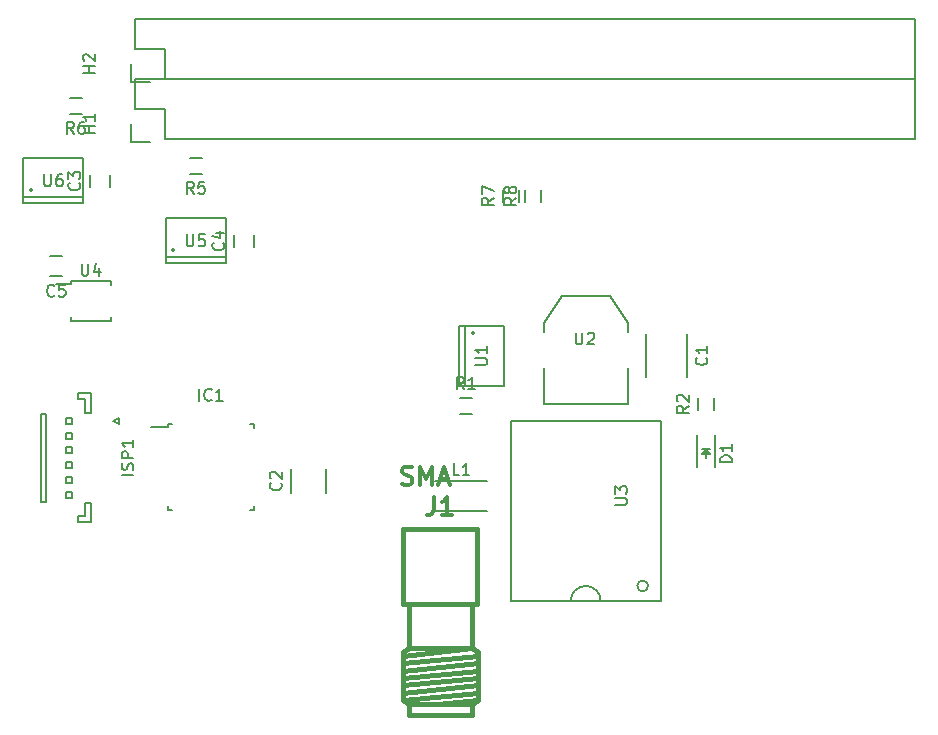
<source format=gto>
G04 #@! TF.FileFunction,Legend,Top*
%FSLAX46Y46*%
G04 Gerber Fmt 4.6, Leading zero omitted, Abs format (unit mm)*
G04 Created by KiCad (PCBNEW 4.0.4-stable) date 10/19/16 10:10:24*
%MOMM*%
%LPD*%
G01*
G04 APERTURE LIST*
%ADD10C,0.100000*%
%ADD11C,0.150000*%
%ADD12C,0.381000*%
%ADD13C,0.304800*%
G04 APERTURE END LIST*
D10*
D11*
X77380000Y-61180000D02*
X143420000Y-61180000D01*
X143420000Y-66260000D02*
X79920000Y-66260000D01*
X143420000Y-61180000D02*
X143420000Y-66260000D01*
X77380000Y-61180000D02*
X77380000Y-63720000D01*
X77100000Y-64990000D02*
X77100000Y-66540000D01*
X77380000Y-63720000D02*
X79920000Y-63720000D01*
X79920000Y-63720000D02*
X79920000Y-66260000D01*
X77100000Y-66540000D02*
X78650000Y-66540000D01*
X71985000Y-78335000D02*
X71985000Y-78560000D01*
X75335000Y-78335000D02*
X75335000Y-78635000D01*
X75335000Y-81685000D02*
X75335000Y-81385000D01*
X71985000Y-81685000D02*
X71985000Y-81385000D01*
X71985000Y-78335000D02*
X75335000Y-78335000D01*
X71985000Y-81685000D02*
X75335000Y-81685000D01*
X71985000Y-78560000D02*
X70760000Y-78560000D01*
D12*
X100591620Y-114145060D02*
X100591620Y-115089940D01*
X105910380Y-114145060D02*
X105910380Y-115089940D01*
X105910380Y-105638600D02*
X105910380Y-109418120D01*
X100591620Y-105638600D02*
X100591620Y-109418120D01*
X106443780Y-113830100D02*
X102984300Y-114145060D01*
X100058220Y-110048040D02*
X105910380Y-109418120D01*
X106443780Y-110048040D02*
X100058220Y-110677960D01*
X106443780Y-110677960D02*
X100058220Y-111307880D01*
X106443780Y-111307880D02*
X100058220Y-111937800D01*
X106443780Y-111937800D02*
X100058220Y-112570260D01*
X106443780Y-112570260D02*
X100058220Y-113200180D01*
X106443780Y-113200180D02*
X100058220Y-113830100D01*
X106443780Y-113830100D02*
X105910380Y-114145060D01*
X105910380Y-114145060D02*
X100591620Y-114145060D01*
X100591620Y-114145060D02*
X100058220Y-113830100D01*
X100058220Y-113830100D02*
X100058220Y-109733080D01*
X100058220Y-109733080D02*
X100591620Y-109418120D01*
X100591620Y-109418120D02*
X105910380Y-109418120D01*
X105910380Y-109418120D02*
X106443780Y-109733080D01*
X106443780Y-109733080D02*
X106443780Y-113830100D01*
X100591620Y-115089940D02*
X105910380Y-115089940D01*
X106400600Y-105638600D02*
X100101400Y-105638600D01*
X100101400Y-105638600D02*
X100101400Y-99339400D01*
X100101400Y-99339400D02*
X106400600Y-99339400D01*
X106400600Y-99339400D02*
X106400600Y-105638600D01*
D11*
X102829000Y-95220000D02*
X107229000Y-95220000D01*
X102829000Y-97820000D02*
X107229000Y-97820000D01*
X80195000Y-90425000D02*
X80195000Y-90650000D01*
X87445000Y-90425000D02*
X87445000Y-90750000D01*
X87445000Y-97675000D02*
X87445000Y-97350000D01*
X80195000Y-97675000D02*
X80195000Y-97350000D01*
X80195000Y-90425000D02*
X80520000Y-90425000D01*
X80195000Y-97675000D02*
X80520000Y-97675000D01*
X87445000Y-97675000D02*
X87120000Y-97675000D01*
X87445000Y-90425000D02*
X87120000Y-90425000D01*
X80195000Y-90650000D02*
X78770000Y-90650000D01*
X77380000Y-56100000D02*
X143420000Y-56100000D01*
X143420000Y-61180000D02*
X79920000Y-61180000D01*
X143420000Y-56100000D02*
X143420000Y-61180000D01*
X77380000Y-56100000D02*
X77380000Y-58640000D01*
X77100000Y-59910000D02*
X77100000Y-61460000D01*
X77380000Y-58640000D02*
X79920000Y-58640000D01*
X79920000Y-58640000D02*
X79920000Y-61180000D01*
X77100000Y-61460000D02*
X78650000Y-61460000D01*
X124153000Y-86447596D02*
X124153000Y-82847596D01*
X120703000Y-82847596D02*
X120703000Y-86447596D01*
X105910000Y-89575000D02*
X104910000Y-89575000D01*
X104910000Y-88225000D02*
X105910000Y-88225000D01*
X106130822Y-82742596D02*
G75*
G03X106130822Y-82742596I-127000J0D01*
G01*
X105368822Y-82107596D02*
X105368822Y-87187596D01*
X108670822Y-82107596D02*
X108670822Y-87187596D01*
X104860822Y-82107596D02*
X104860822Y-87187596D01*
X104860822Y-82107596D02*
X108670822Y-82107596D01*
X104860822Y-87187596D02*
X108670822Y-87187596D01*
X112014000Y-85725000D02*
X112014000Y-88773000D01*
X112014000Y-88773000D02*
X119126000Y-88773000D01*
X119126000Y-88773000D02*
X119126000Y-85725000D01*
X112014000Y-82677000D02*
X112014000Y-81915000D01*
X112014000Y-81915000D02*
X113538000Y-79629000D01*
X113538000Y-79629000D02*
X117602000Y-79629000D01*
X117602000Y-79629000D02*
X119126000Y-81915000D01*
X119126000Y-81915000D02*
X119126000Y-82677000D01*
X120853905Y-104140000D02*
G75*
G03X120853905Y-104140000I-457905J0D01*
G01*
X116840000Y-105410000D02*
G75*
G03X115570000Y-104140000I-1270000J0D01*
G01*
X115570000Y-104140000D02*
G75*
G03X114300000Y-105410000I0J-1270000D01*
G01*
X109220000Y-105410000D02*
X109220000Y-90170000D01*
X109220000Y-90170000D02*
X121920000Y-90170000D01*
X121920000Y-90170000D02*
X121920000Y-105410000D01*
X121920000Y-105410000D02*
X109220000Y-105410000D01*
X80772000Y-75692000D02*
G75*
G03X80772000Y-75692000I-127000J0D01*
G01*
X80010000Y-76327000D02*
X85090000Y-76327000D01*
X80010000Y-73025000D02*
X85090000Y-73025000D01*
X80010000Y-76835000D02*
X85090000Y-76835000D01*
X80010000Y-76835000D02*
X80010000Y-73025000D01*
X85090000Y-76835000D02*
X85090000Y-73025000D01*
X68707000Y-70612000D02*
G75*
G03X68707000Y-70612000I-127000J0D01*
G01*
X67945000Y-71247000D02*
X73025000Y-71247000D01*
X67945000Y-67945000D02*
X73025000Y-67945000D01*
X67945000Y-71755000D02*
X73025000Y-71755000D01*
X67945000Y-71755000D02*
X67945000Y-67945000D01*
X73025000Y-71755000D02*
X73025000Y-67945000D01*
X69415000Y-89545000D02*
X69415000Y-97045000D01*
X69415000Y-97045000D02*
X69915000Y-97045000D01*
X69915000Y-97045000D02*
X69915000Y-89545000D01*
X69915000Y-89545000D02*
X69415000Y-89545000D01*
X72615000Y-87845000D02*
X73715000Y-87845000D01*
X73715000Y-87845000D02*
X73715000Y-89495000D01*
X73715000Y-89495000D02*
X73215000Y-89495000D01*
X73215000Y-89495000D02*
X73215000Y-88345000D01*
X73215000Y-88345000D02*
X72615000Y-88345000D01*
X72615000Y-88345000D02*
X72615000Y-87845000D01*
X72615000Y-98745000D02*
X73715000Y-98745000D01*
X73715000Y-98745000D02*
X73715000Y-97095000D01*
X73715000Y-97095000D02*
X73215000Y-97095000D01*
X73215000Y-97095000D02*
X73215000Y-98245000D01*
X73215000Y-98245000D02*
X72615000Y-98245000D01*
X72615000Y-98245000D02*
X72615000Y-98745000D01*
X75565000Y-90170000D02*
X76065000Y-89920000D01*
X76065000Y-89920000D02*
X76065000Y-90420000D01*
X76065000Y-90420000D02*
X75565000Y-90170000D01*
X72065000Y-89920000D02*
X71565000Y-89920000D01*
X71565000Y-89920000D02*
X71565000Y-90420000D01*
X71565000Y-90420000D02*
X72065000Y-90420000D01*
X72065000Y-90420000D02*
X72065000Y-89920000D01*
X72065000Y-91170000D02*
X71565000Y-91170000D01*
X71565000Y-91170000D02*
X71565000Y-91670000D01*
X71565000Y-91670000D02*
X72065000Y-91670000D01*
X72065000Y-91670000D02*
X72065000Y-91170000D01*
X72065000Y-92420000D02*
X71565000Y-92420000D01*
X71565000Y-92420000D02*
X71565000Y-92920000D01*
X71565000Y-92920000D02*
X72065000Y-92920000D01*
X72065000Y-92920000D02*
X72065000Y-92420000D01*
X72065000Y-93670000D02*
X71565000Y-93670000D01*
X71565000Y-93670000D02*
X71565000Y-94170000D01*
X71565000Y-94170000D02*
X72065000Y-94170000D01*
X72065000Y-94170000D02*
X72065000Y-93670000D01*
X72065000Y-94920000D02*
X71565000Y-94920000D01*
X71565000Y-94920000D02*
X71565000Y-95420000D01*
X71565000Y-95420000D02*
X72065000Y-95420000D01*
X72065000Y-95420000D02*
X72065000Y-94920000D01*
X72065000Y-96170000D02*
X71565000Y-96170000D01*
X71565000Y-96170000D02*
X71565000Y-96670000D01*
X71565000Y-96670000D02*
X72065000Y-96670000D01*
X72065000Y-96670000D02*
X72065000Y-96170000D01*
X90600000Y-94250000D02*
X90600000Y-96250000D01*
X93550000Y-96250000D02*
X93550000Y-94250000D01*
X126405000Y-88230000D02*
X126405000Y-89230000D01*
X125055000Y-89230000D02*
X125055000Y-88230000D01*
X82050000Y-67905000D02*
X83050000Y-67905000D01*
X83050000Y-69255000D02*
X82050000Y-69255000D01*
X71890000Y-62825000D02*
X72890000Y-62825000D01*
X72890000Y-64175000D02*
X71890000Y-64175000D01*
X109895000Y-70620000D02*
X109895000Y-71620000D01*
X108545000Y-71620000D02*
X108545000Y-70620000D01*
X111800000Y-70620000D02*
X111800000Y-71620000D01*
X110450000Y-71620000D02*
X110450000Y-70620000D01*
X124980000Y-91330980D02*
X124980000Y-94030980D01*
X126480000Y-91330980D02*
X126480000Y-94030980D01*
X125580000Y-92830980D02*
X125830000Y-92830980D01*
X125830000Y-92830980D02*
X125680000Y-92680980D01*
X126080000Y-92580980D02*
X125380000Y-92580980D01*
X125730000Y-92930980D02*
X125730000Y-93280980D01*
X125730000Y-92580980D02*
X126080000Y-92930980D01*
X126080000Y-92930980D02*
X125380000Y-92930980D01*
X125380000Y-92930980D02*
X125730000Y-92580980D01*
X73572000Y-69350000D02*
X73572000Y-70350000D01*
X75272000Y-70350000D02*
X75272000Y-69350000D01*
X85764000Y-74430000D02*
X85764000Y-75430000D01*
X87464000Y-75430000D02*
X87464000Y-74430000D01*
X70239000Y-77939000D02*
X71239000Y-77939000D01*
X71239000Y-76239000D02*
X70239000Y-76239000D01*
X74002381Y-65751905D02*
X73002381Y-65751905D01*
X73478571Y-65751905D02*
X73478571Y-65180476D01*
X74002381Y-65180476D02*
X73002381Y-65180476D01*
X74002381Y-64180476D02*
X74002381Y-64751905D01*
X74002381Y-64466191D02*
X73002381Y-64466191D01*
X73145238Y-64561429D01*
X73240476Y-64656667D01*
X73288095Y-64751905D01*
X72898095Y-76862381D02*
X72898095Y-77671905D01*
X72945714Y-77767143D01*
X72993333Y-77814762D01*
X73088571Y-77862381D01*
X73279048Y-77862381D01*
X73374286Y-77814762D01*
X73421905Y-77767143D01*
X73469524Y-77671905D01*
X73469524Y-76862381D01*
X74374286Y-77195714D02*
X74374286Y-77862381D01*
X74136190Y-76814762D02*
X73898095Y-77529048D01*
X74517143Y-77529048D01*
D13*
X102743000Y-96574429D02*
X102743000Y-97663000D01*
X102670428Y-97880714D01*
X102525285Y-98025857D01*
X102307571Y-98098429D01*
X102162428Y-98098429D01*
X104267000Y-98098429D02*
X103396143Y-98098429D01*
X103831571Y-98098429D02*
X103831571Y-96574429D01*
X103686428Y-96792143D01*
X103541286Y-96937286D01*
X103396143Y-97009857D01*
X100021572Y-95485857D02*
X100239286Y-95558429D01*
X100602143Y-95558429D01*
X100747286Y-95485857D01*
X100819857Y-95413286D01*
X100892429Y-95268143D01*
X100892429Y-95123000D01*
X100819857Y-94977857D01*
X100747286Y-94905286D01*
X100602143Y-94832714D01*
X100311857Y-94760143D01*
X100166715Y-94687571D01*
X100094143Y-94615000D01*
X100021572Y-94469857D01*
X100021572Y-94324714D01*
X100094143Y-94179571D01*
X100166715Y-94107000D01*
X100311857Y-94034429D01*
X100674715Y-94034429D01*
X100892429Y-94107000D01*
X101545572Y-95558429D02*
X101545572Y-94034429D01*
X102053572Y-95123000D01*
X102561572Y-94034429D01*
X102561572Y-95558429D01*
X103214715Y-95123000D02*
X103940429Y-95123000D01*
X103069572Y-95558429D02*
X103577572Y-94034429D01*
X104085572Y-95558429D01*
D11*
X104862334Y-94772381D02*
X104386143Y-94772381D01*
X104386143Y-93772381D01*
X105719477Y-94772381D02*
X105148048Y-94772381D01*
X105433762Y-94772381D02*
X105433762Y-93772381D01*
X105338524Y-93915238D01*
X105243286Y-94010476D01*
X105148048Y-94058095D01*
X82843810Y-88452381D02*
X82843810Y-87452381D01*
X83891429Y-88357143D02*
X83843810Y-88404762D01*
X83700953Y-88452381D01*
X83605715Y-88452381D01*
X83462857Y-88404762D01*
X83367619Y-88309524D01*
X83320000Y-88214286D01*
X83272381Y-88023810D01*
X83272381Y-87880952D01*
X83320000Y-87690476D01*
X83367619Y-87595238D01*
X83462857Y-87500000D01*
X83605715Y-87452381D01*
X83700953Y-87452381D01*
X83843810Y-87500000D01*
X83891429Y-87547619D01*
X84843810Y-88452381D02*
X84272381Y-88452381D01*
X84558095Y-88452381D02*
X84558095Y-87452381D01*
X84462857Y-87595238D01*
X84367619Y-87690476D01*
X84272381Y-87738095D01*
X74002381Y-60671905D02*
X73002381Y-60671905D01*
X73478571Y-60671905D02*
X73478571Y-60100476D01*
X74002381Y-60100476D02*
X73002381Y-60100476D01*
X73097619Y-59671905D02*
X73050000Y-59624286D01*
X73002381Y-59529048D01*
X73002381Y-59290952D01*
X73050000Y-59195714D01*
X73097619Y-59148095D01*
X73192857Y-59100476D01*
X73288095Y-59100476D01*
X73430952Y-59148095D01*
X74002381Y-59719524D01*
X74002381Y-59100476D01*
X125785143Y-84814262D02*
X125832762Y-84861881D01*
X125880381Y-85004738D01*
X125880381Y-85099976D01*
X125832762Y-85242834D01*
X125737524Y-85338072D01*
X125642286Y-85385691D01*
X125451810Y-85433310D01*
X125308952Y-85433310D01*
X125118476Y-85385691D01*
X125023238Y-85338072D01*
X124928000Y-85242834D01*
X124880381Y-85099976D01*
X124880381Y-85004738D01*
X124928000Y-84861881D01*
X124975619Y-84814262D01*
X125880381Y-83861881D02*
X125880381Y-84433310D01*
X125880381Y-84147596D02*
X124880381Y-84147596D01*
X125023238Y-84242834D01*
X125118476Y-84338072D01*
X125166095Y-84433310D01*
X105243334Y-87452381D02*
X104910000Y-86976190D01*
X104671905Y-87452381D02*
X104671905Y-86452381D01*
X105052858Y-86452381D01*
X105148096Y-86500000D01*
X105195715Y-86547619D01*
X105243334Y-86642857D01*
X105243334Y-86785714D01*
X105195715Y-86880952D01*
X105148096Y-86928571D01*
X105052858Y-86976190D01*
X104671905Y-86976190D01*
X106195715Y-87452381D02*
X105624286Y-87452381D01*
X105910000Y-87452381D02*
X105910000Y-86452381D01*
X105814762Y-86595238D01*
X105719524Y-86690476D01*
X105624286Y-86738095D01*
X106218203Y-85409501D02*
X107027727Y-85409501D01*
X107122965Y-85361882D01*
X107170584Y-85314263D01*
X107218203Y-85219025D01*
X107218203Y-85028548D01*
X107170584Y-84933310D01*
X107122965Y-84885691D01*
X107027727Y-84838072D01*
X106218203Y-84838072D01*
X107218203Y-83838072D02*
X107218203Y-84409501D01*
X107218203Y-84123787D02*
X106218203Y-84123787D01*
X106361060Y-84219025D01*
X106456298Y-84314263D01*
X106503917Y-84409501D01*
X114722273Y-82698785D02*
X114722273Y-83508309D01*
X114769892Y-83603547D01*
X114817511Y-83651166D01*
X114912749Y-83698785D01*
X115103226Y-83698785D01*
X115198464Y-83651166D01*
X115246083Y-83603547D01*
X115293702Y-83508309D01*
X115293702Y-82698785D01*
X115722273Y-82794023D02*
X115769892Y-82746404D01*
X115865130Y-82698785D01*
X116103226Y-82698785D01*
X116198464Y-82746404D01*
X116246083Y-82794023D01*
X116293702Y-82889261D01*
X116293702Y-82984499D01*
X116246083Y-83127356D01*
X115674654Y-83698785D01*
X116293702Y-83698785D01*
X118062381Y-97281905D02*
X118871905Y-97281905D01*
X118967143Y-97234286D01*
X119014762Y-97186667D01*
X119062381Y-97091429D01*
X119062381Y-96900952D01*
X119014762Y-96805714D01*
X118967143Y-96758095D01*
X118871905Y-96710476D01*
X118062381Y-96710476D01*
X118062381Y-96329524D02*
X118062381Y-95710476D01*
X118443333Y-96043810D01*
X118443333Y-95900952D01*
X118490952Y-95805714D01*
X118538571Y-95758095D01*
X118633810Y-95710476D01*
X118871905Y-95710476D01*
X118967143Y-95758095D01*
X119014762Y-95805714D01*
X119062381Y-95900952D01*
X119062381Y-96186667D01*
X119014762Y-96281905D01*
X118967143Y-96329524D01*
X81788095Y-74382381D02*
X81788095Y-75191905D01*
X81835714Y-75287143D01*
X81883333Y-75334762D01*
X81978571Y-75382381D01*
X82169048Y-75382381D01*
X82264286Y-75334762D01*
X82311905Y-75287143D01*
X82359524Y-75191905D01*
X82359524Y-74382381D01*
X83311905Y-74382381D02*
X82835714Y-74382381D01*
X82788095Y-74858571D01*
X82835714Y-74810952D01*
X82930952Y-74763333D01*
X83169048Y-74763333D01*
X83264286Y-74810952D01*
X83311905Y-74858571D01*
X83359524Y-74953810D01*
X83359524Y-75191905D01*
X83311905Y-75287143D01*
X83264286Y-75334762D01*
X83169048Y-75382381D01*
X82930952Y-75382381D01*
X82835714Y-75334762D01*
X82788095Y-75287143D01*
X69723095Y-69302381D02*
X69723095Y-70111905D01*
X69770714Y-70207143D01*
X69818333Y-70254762D01*
X69913571Y-70302381D01*
X70104048Y-70302381D01*
X70199286Y-70254762D01*
X70246905Y-70207143D01*
X70294524Y-70111905D01*
X70294524Y-69302381D01*
X71199286Y-69302381D02*
X71008809Y-69302381D01*
X70913571Y-69350000D01*
X70865952Y-69397619D01*
X70770714Y-69540476D01*
X70723095Y-69730952D01*
X70723095Y-70111905D01*
X70770714Y-70207143D01*
X70818333Y-70254762D01*
X70913571Y-70302381D01*
X71104048Y-70302381D01*
X71199286Y-70254762D01*
X71246905Y-70207143D01*
X71294524Y-70111905D01*
X71294524Y-69873810D01*
X71246905Y-69778571D01*
X71199286Y-69730952D01*
X71104048Y-69683333D01*
X70913571Y-69683333D01*
X70818333Y-69730952D01*
X70770714Y-69778571D01*
X70723095Y-69873810D01*
X77267381Y-94747381D02*
X76267381Y-94747381D01*
X77219762Y-94318810D02*
X77267381Y-94175953D01*
X77267381Y-93937857D01*
X77219762Y-93842619D01*
X77172143Y-93795000D01*
X77076905Y-93747381D01*
X76981667Y-93747381D01*
X76886429Y-93795000D01*
X76838810Y-93842619D01*
X76791190Y-93937857D01*
X76743571Y-94128334D01*
X76695952Y-94223572D01*
X76648333Y-94271191D01*
X76553095Y-94318810D01*
X76457857Y-94318810D01*
X76362619Y-94271191D01*
X76315000Y-94223572D01*
X76267381Y-94128334D01*
X76267381Y-93890238D01*
X76315000Y-93747381D01*
X77267381Y-93318810D02*
X76267381Y-93318810D01*
X76267381Y-92937857D01*
X76315000Y-92842619D01*
X76362619Y-92795000D01*
X76457857Y-92747381D01*
X76600714Y-92747381D01*
X76695952Y-92795000D01*
X76743571Y-92842619D01*
X76791190Y-92937857D01*
X76791190Y-93318810D01*
X77267381Y-91795000D02*
X77267381Y-92366429D01*
X77267381Y-92080715D02*
X76267381Y-92080715D01*
X76410238Y-92175953D01*
X76505476Y-92271191D01*
X76553095Y-92366429D01*
X89732143Y-95416666D02*
X89779762Y-95464285D01*
X89827381Y-95607142D01*
X89827381Y-95702380D01*
X89779762Y-95845238D01*
X89684524Y-95940476D01*
X89589286Y-95988095D01*
X89398810Y-96035714D01*
X89255952Y-96035714D01*
X89065476Y-95988095D01*
X88970238Y-95940476D01*
X88875000Y-95845238D01*
X88827381Y-95702380D01*
X88827381Y-95607142D01*
X88875000Y-95464285D01*
X88922619Y-95416666D01*
X88922619Y-95035714D02*
X88875000Y-94988095D01*
X88827381Y-94892857D01*
X88827381Y-94654761D01*
X88875000Y-94559523D01*
X88922619Y-94511904D01*
X89017857Y-94464285D01*
X89113095Y-94464285D01*
X89255952Y-94511904D01*
X89827381Y-95083333D01*
X89827381Y-94464285D01*
X124282381Y-88896666D02*
X123806190Y-89230000D01*
X124282381Y-89468095D02*
X123282381Y-89468095D01*
X123282381Y-89087142D01*
X123330000Y-88991904D01*
X123377619Y-88944285D01*
X123472857Y-88896666D01*
X123615714Y-88896666D01*
X123710952Y-88944285D01*
X123758571Y-88991904D01*
X123806190Y-89087142D01*
X123806190Y-89468095D01*
X123377619Y-88515714D02*
X123330000Y-88468095D01*
X123282381Y-88372857D01*
X123282381Y-88134761D01*
X123330000Y-88039523D01*
X123377619Y-87991904D01*
X123472857Y-87944285D01*
X123568095Y-87944285D01*
X123710952Y-87991904D01*
X124282381Y-88563333D01*
X124282381Y-87944285D01*
X82383334Y-70932381D02*
X82050000Y-70456190D01*
X81811905Y-70932381D02*
X81811905Y-69932381D01*
X82192858Y-69932381D01*
X82288096Y-69980000D01*
X82335715Y-70027619D01*
X82383334Y-70122857D01*
X82383334Y-70265714D01*
X82335715Y-70360952D01*
X82288096Y-70408571D01*
X82192858Y-70456190D01*
X81811905Y-70456190D01*
X83288096Y-69932381D02*
X82811905Y-69932381D01*
X82764286Y-70408571D01*
X82811905Y-70360952D01*
X82907143Y-70313333D01*
X83145239Y-70313333D01*
X83240477Y-70360952D01*
X83288096Y-70408571D01*
X83335715Y-70503810D01*
X83335715Y-70741905D01*
X83288096Y-70837143D01*
X83240477Y-70884762D01*
X83145239Y-70932381D01*
X82907143Y-70932381D01*
X82811905Y-70884762D01*
X82764286Y-70837143D01*
X72223334Y-65852381D02*
X71890000Y-65376190D01*
X71651905Y-65852381D02*
X71651905Y-64852381D01*
X72032858Y-64852381D01*
X72128096Y-64900000D01*
X72175715Y-64947619D01*
X72223334Y-65042857D01*
X72223334Y-65185714D01*
X72175715Y-65280952D01*
X72128096Y-65328571D01*
X72032858Y-65376190D01*
X71651905Y-65376190D01*
X73080477Y-64852381D02*
X72890000Y-64852381D01*
X72794762Y-64900000D01*
X72747143Y-64947619D01*
X72651905Y-65090476D01*
X72604286Y-65280952D01*
X72604286Y-65661905D01*
X72651905Y-65757143D01*
X72699524Y-65804762D01*
X72794762Y-65852381D01*
X72985239Y-65852381D01*
X73080477Y-65804762D01*
X73128096Y-65757143D01*
X73175715Y-65661905D01*
X73175715Y-65423810D01*
X73128096Y-65328571D01*
X73080477Y-65280952D01*
X72985239Y-65233333D01*
X72794762Y-65233333D01*
X72699524Y-65280952D01*
X72651905Y-65328571D01*
X72604286Y-65423810D01*
X107772381Y-71286666D02*
X107296190Y-71620000D01*
X107772381Y-71858095D02*
X106772381Y-71858095D01*
X106772381Y-71477142D01*
X106820000Y-71381904D01*
X106867619Y-71334285D01*
X106962857Y-71286666D01*
X107105714Y-71286666D01*
X107200952Y-71334285D01*
X107248571Y-71381904D01*
X107296190Y-71477142D01*
X107296190Y-71858095D01*
X106772381Y-70953333D02*
X106772381Y-70286666D01*
X107772381Y-70715238D01*
X109677381Y-71286666D02*
X109201190Y-71620000D01*
X109677381Y-71858095D02*
X108677381Y-71858095D01*
X108677381Y-71477142D01*
X108725000Y-71381904D01*
X108772619Y-71334285D01*
X108867857Y-71286666D01*
X109010714Y-71286666D01*
X109105952Y-71334285D01*
X109153571Y-71381904D01*
X109201190Y-71477142D01*
X109201190Y-71858095D01*
X109105952Y-70715238D02*
X109058333Y-70810476D01*
X109010714Y-70858095D01*
X108915476Y-70905714D01*
X108867857Y-70905714D01*
X108772619Y-70858095D01*
X108725000Y-70810476D01*
X108677381Y-70715238D01*
X108677381Y-70524761D01*
X108725000Y-70429523D01*
X108772619Y-70381904D01*
X108867857Y-70334285D01*
X108915476Y-70334285D01*
X109010714Y-70381904D01*
X109058333Y-70429523D01*
X109105952Y-70524761D01*
X109105952Y-70715238D01*
X109153571Y-70810476D01*
X109201190Y-70858095D01*
X109296429Y-70905714D01*
X109486905Y-70905714D01*
X109582143Y-70858095D01*
X109629762Y-70810476D01*
X109677381Y-70715238D01*
X109677381Y-70524761D01*
X109629762Y-70429523D01*
X109582143Y-70381904D01*
X109486905Y-70334285D01*
X109296429Y-70334285D01*
X109201190Y-70381904D01*
X109153571Y-70429523D01*
X109105952Y-70524761D01*
X127932381Y-93669075D02*
X126932381Y-93669075D01*
X126932381Y-93430980D01*
X126980000Y-93288122D01*
X127075238Y-93192884D01*
X127170476Y-93145265D01*
X127360952Y-93097646D01*
X127503810Y-93097646D01*
X127694286Y-93145265D01*
X127789524Y-93192884D01*
X127884762Y-93288122D01*
X127932381Y-93430980D01*
X127932381Y-93669075D01*
X127932381Y-92145265D02*
X127932381Y-92716694D01*
X127932381Y-92430980D02*
X126932381Y-92430980D01*
X127075238Y-92526218D01*
X127170476Y-92621456D01*
X127218095Y-92716694D01*
X72679143Y-70016666D02*
X72726762Y-70064285D01*
X72774381Y-70207142D01*
X72774381Y-70302380D01*
X72726762Y-70445238D01*
X72631524Y-70540476D01*
X72536286Y-70588095D01*
X72345810Y-70635714D01*
X72202952Y-70635714D01*
X72012476Y-70588095D01*
X71917238Y-70540476D01*
X71822000Y-70445238D01*
X71774381Y-70302380D01*
X71774381Y-70207142D01*
X71822000Y-70064285D01*
X71869619Y-70016666D01*
X71774381Y-69683333D02*
X71774381Y-69064285D01*
X72155333Y-69397619D01*
X72155333Y-69254761D01*
X72202952Y-69159523D01*
X72250571Y-69111904D01*
X72345810Y-69064285D01*
X72583905Y-69064285D01*
X72679143Y-69111904D01*
X72726762Y-69159523D01*
X72774381Y-69254761D01*
X72774381Y-69540476D01*
X72726762Y-69635714D01*
X72679143Y-69683333D01*
X84871143Y-75096666D02*
X84918762Y-75144285D01*
X84966381Y-75287142D01*
X84966381Y-75382380D01*
X84918762Y-75525238D01*
X84823524Y-75620476D01*
X84728286Y-75668095D01*
X84537810Y-75715714D01*
X84394952Y-75715714D01*
X84204476Y-75668095D01*
X84109238Y-75620476D01*
X84014000Y-75525238D01*
X83966381Y-75382380D01*
X83966381Y-75287142D01*
X84014000Y-75144285D01*
X84061619Y-75096666D01*
X84299714Y-74239523D02*
X84966381Y-74239523D01*
X83918762Y-74477619D02*
X84633048Y-74715714D01*
X84633048Y-74096666D01*
X70572334Y-79546143D02*
X70524715Y-79593762D01*
X70381858Y-79641381D01*
X70286620Y-79641381D01*
X70143762Y-79593762D01*
X70048524Y-79498524D01*
X70000905Y-79403286D01*
X69953286Y-79212810D01*
X69953286Y-79069952D01*
X70000905Y-78879476D01*
X70048524Y-78784238D01*
X70143762Y-78689000D01*
X70286620Y-78641381D01*
X70381858Y-78641381D01*
X70524715Y-78689000D01*
X70572334Y-78736619D01*
X71477096Y-78641381D02*
X71000905Y-78641381D01*
X70953286Y-79117571D01*
X71000905Y-79069952D01*
X71096143Y-79022333D01*
X71334239Y-79022333D01*
X71429477Y-79069952D01*
X71477096Y-79117571D01*
X71524715Y-79212810D01*
X71524715Y-79450905D01*
X71477096Y-79546143D01*
X71429477Y-79593762D01*
X71334239Y-79641381D01*
X71096143Y-79641381D01*
X71000905Y-79593762D01*
X70953286Y-79546143D01*
M02*

</source>
